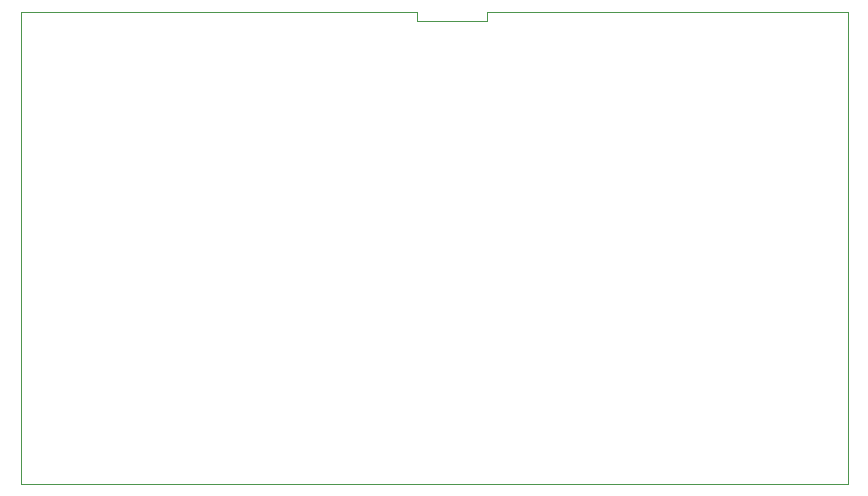
<source format=gko>
G04 Generated by Ultiboard 14.1 *
%FSLAX26Y26*%
%MOIN*%

%ADD10C,0.000001*%
%ADD11C,0.001000*%


G04 ColorRGB 00FFFF for the following layer *
%LNBoard Outline*%
%LPD*%
G54D10*
G54D11*
X0Y0D02*
X0Y1574803D01*
X0Y0D02*
X2755906Y0D01*
X2755906Y1574803D01*
X1318898Y1574803D02*
X1318898Y1543307D01*
X0Y1574803D02*
X1318898Y1574803D01*
X1555118Y1543307D02*
X1555118Y1574803D01*
X2755906Y1574803D01*
X1318898Y1543307D02*
X1555118Y1543307D01*

M02*

</source>
